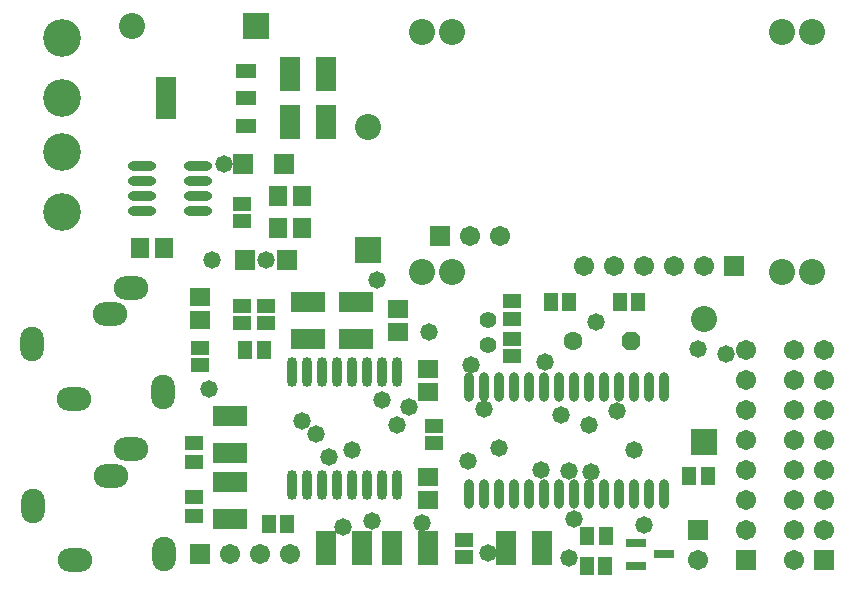
<source format=gts>
%FSLAX25Y25*%
%MOIN*%
G70*
G01*
G75*
G04 Layer_Color=8388736*
%ADD10R,0.05906X0.05512*%
%ADD11O,0.02756X0.09055*%
%ADD12R,0.05709X0.02362*%
%ADD13R,0.04331X0.05512*%
%ADD14R,0.03937X0.05118*%
%ADD15R,0.05512X0.04331*%
%ADD16O,0.02362X0.09055*%
%ADD17R,0.05906X0.11024*%
%ADD18R,0.11024X0.05906*%
%ADD19R,0.05118X0.03937*%
%ADD20R,0.05512X0.05906*%
%ADD21R,0.05906X0.05906*%
%ADD22O,0.08661X0.02362*%
%ADD23R,0.06102X0.13583*%
%ADD24R,0.06102X0.04331*%
%ADD25R,0.06102X0.04331*%
%ADD26C,0.01200*%
%ADD27C,0.04724*%
%ADD28O,0.07087X0.10630*%
%ADD29O,0.10630X0.07087*%
%ADD30C,0.05906*%
%ADD31R,0.05906X0.05906*%
%ADD32C,0.07874*%
%ADD33R,0.07874X0.07874*%
%ADD34C,0.05512*%
%ADD35P,0.05966X8X202.5*%
%ADD36C,0.04724*%
%ADD37C,0.11810*%
%ADD38R,0.07874X0.07874*%
%ADD39C,0.05000*%
%ADD40C,0.63000*%
%ADD41R,0.10000X0.20000*%
%ADD42C,0.02362*%
%ADD43C,0.00984*%
%ADD44C,0.00787*%
%ADD45C,0.01000*%
%ADD46C,0.00787*%
%ADD47C,0.00800*%
%ADD48R,0.11024X0.03150*%
%ADD49R,0.03150X0.11024*%
%ADD50R,0.06706X0.06312*%
%ADD51O,0.03556X0.09855*%
%ADD52R,0.06509X0.03162*%
%ADD53R,0.05131X0.06312*%
%ADD54R,0.04737X0.05918*%
%ADD55R,0.06312X0.05131*%
%ADD56O,0.03162X0.09855*%
%ADD57R,0.06706X0.11824*%
%ADD58R,0.11824X0.06706*%
%ADD59R,0.05918X0.04737*%
%ADD60R,0.06312X0.06706*%
%ADD61R,0.06706X0.06706*%
%ADD62O,0.09461X0.03162*%
%ADD63R,0.06902X0.14383*%
%ADD64R,0.06902X0.05131*%
%ADD65R,0.06902X0.05131*%
%ADD66C,0.05524*%
%ADD67O,0.07887X0.11430*%
%ADD68O,0.11430X0.07887*%
%ADD69C,0.06706*%
%ADD70R,0.06706X0.06706*%
%ADD71C,0.08674*%
%ADD72R,0.08674X0.08674*%
%ADD73C,0.06312*%
%ADD74P,0.06832X8X202.5*%
%ADD75C,0.05524*%
%ADD76C,0.12610*%
%ADD77R,0.08674X0.08674*%
%ADD78C,0.05800*%
D50*
X162000Y346063D02*
D03*
Y353937D02*
D03*
X228000Y349874D02*
D03*
Y342000D02*
D03*
X238000Y322063D02*
D03*
Y329937D02*
D03*
Y286000D02*
D03*
Y293874D02*
D03*
D51*
X227500Y328701D02*
D03*
X222500D02*
D03*
X217500D02*
D03*
X212500D02*
D03*
X207500D02*
D03*
X202500D02*
D03*
X197500D02*
D03*
X192500D02*
D03*
X227500Y291299D02*
D03*
X222500D02*
D03*
X217500D02*
D03*
X212500D02*
D03*
X207500D02*
D03*
X202500D02*
D03*
X197500D02*
D03*
X192500D02*
D03*
D52*
X316626Y268000D02*
D03*
X307374Y264260D02*
D03*
Y271740D02*
D03*
D53*
X291047Y264000D02*
D03*
X296953D02*
D03*
X308000Y352000D02*
D03*
X302094D02*
D03*
X279047D02*
D03*
X284953D02*
D03*
X190953Y278000D02*
D03*
X185047D02*
D03*
D54*
X297150Y274000D02*
D03*
X290850D02*
D03*
X324850Y294000D02*
D03*
X331150D02*
D03*
X176850Y336000D02*
D03*
X183150D02*
D03*
D55*
X266000Y346647D02*
D03*
Y352553D02*
D03*
Y339906D02*
D03*
Y334000D02*
D03*
X250000Y272953D02*
D03*
Y267047D02*
D03*
X184000Y345047D02*
D03*
Y350953D02*
D03*
X176000Y345047D02*
D03*
Y350953D02*
D03*
Y379047D02*
D03*
Y384953D02*
D03*
X240000Y305047D02*
D03*
Y310953D02*
D03*
X162000Y336953D02*
D03*
Y331047D02*
D03*
D56*
X316500Y323913D02*
D03*
X311500D02*
D03*
X306500D02*
D03*
X301500D02*
D03*
X296500D02*
D03*
X291500D02*
D03*
X286500D02*
D03*
X281500D02*
D03*
X276500D02*
D03*
X271500D02*
D03*
X266500D02*
D03*
X261500D02*
D03*
X256500D02*
D03*
X251500D02*
D03*
X316500Y288087D02*
D03*
X311500D02*
D03*
X306500D02*
D03*
X301500D02*
D03*
X296500D02*
D03*
X291500D02*
D03*
X286500D02*
D03*
X281500D02*
D03*
X276500D02*
D03*
X271500D02*
D03*
X266500D02*
D03*
X261500D02*
D03*
X256500D02*
D03*
X251500D02*
D03*
D57*
X263898Y270000D02*
D03*
X276102D02*
D03*
X225898D02*
D03*
X238102D02*
D03*
X216102D02*
D03*
X203898D02*
D03*
X204102Y428000D02*
D03*
X191898D02*
D03*
X204102Y412000D02*
D03*
X191898D02*
D03*
D58*
X172000Y292102D02*
D03*
Y279898D02*
D03*
Y314102D02*
D03*
Y301898D02*
D03*
X214000Y352102D02*
D03*
Y339898D02*
D03*
X198000Y352102D02*
D03*
Y339898D02*
D03*
D59*
X159803Y280850D02*
D03*
Y287150D02*
D03*
Y298850D02*
D03*
Y305150D02*
D03*
D60*
X188000Y376864D02*
D03*
X195874D02*
D03*
X188000Y387530D02*
D03*
X195874D02*
D03*
X142063Y370000D02*
D03*
X149937D02*
D03*
D61*
X177110Y366000D02*
D03*
X190890D02*
D03*
X176220Y398000D02*
D03*
X190000D02*
D03*
X162000Y268000D02*
D03*
X242000Y374000D02*
D03*
X340000Y364000D02*
D03*
D62*
X161449Y382500D02*
D03*
Y387500D02*
D03*
Y392500D02*
D03*
Y397500D02*
D03*
X142551Y382500D02*
D03*
Y387500D02*
D03*
Y392500D02*
D03*
Y397500D02*
D03*
D63*
X150713Y420000D02*
D03*
D64*
X177287Y429055D02*
D03*
Y420000D02*
D03*
D65*
Y410945D02*
D03*
D66*
X149992Y269898D02*
D03*
Y266354D02*
D03*
X140874Y303020D02*
D03*
X137331D02*
D03*
X130429Y294118D02*
D03*
X133972D02*
D03*
X106228Y282457D02*
D03*
Y286000D02*
D03*
X118457Y266000D02*
D03*
X122000D02*
D03*
X121799Y319882D02*
D03*
X118256D02*
D03*
X106028Y339882D02*
D03*
Y336339D02*
D03*
X133772Y348000D02*
D03*
X130228D02*
D03*
X137130Y356902D02*
D03*
X140673D02*
D03*
X149791Y320236D02*
D03*
Y323780D02*
D03*
D67*
X149992Y268126D02*
D03*
X106228Y284228D02*
D03*
X106028Y338110D02*
D03*
X149791Y322008D02*
D03*
D68*
X139102Y303020D02*
D03*
X132201Y294118D02*
D03*
X120228Y266000D02*
D03*
X120028Y319882D02*
D03*
X132000Y348000D02*
D03*
X138902Y356902D02*
D03*
D69*
X328000Y266000D02*
D03*
X360000Y336000D02*
D03*
X370000D02*
D03*
X360000Y326000D02*
D03*
X370000D02*
D03*
X360000Y316000D02*
D03*
X370000D02*
D03*
X360000Y306000D02*
D03*
X370000D02*
D03*
X360000Y296000D02*
D03*
X370000D02*
D03*
X360000Y286000D02*
D03*
X370000D02*
D03*
X360000Y276000D02*
D03*
X370000D02*
D03*
X360000Y266000D02*
D03*
X172000Y268000D02*
D03*
X182000D02*
D03*
X192000D02*
D03*
X262000Y374000D02*
D03*
X252000D02*
D03*
X344000Y336000D02*
D03*
Y326000D02*
D03*
Y316000D02*
D03*
Y306000D02*
D03*
Y296000D02*
D03*
Y286000D02*
D03*
Y276000D02*
D03*
X290000Y364000D02*
D03*
X300000D02*
D03*
X310000D02*
D03*
X320000D02*
D03*
X330000D02*
D03*
D70*
X328000Y276000D02*
D03*
X370000Y266000D02*
D03*
X344000D02*
D03*
D71*
X330000Y346591D02*
D03*
X366000Y442000D02*
D03*
X356000D02*
D03*
X246000D02*
D03*
X236000D02*
D03*
Y362000D02*
D03*
X246000D02*
D03*
X356000D02*
D03*
X366000D02*
D03*
X218000Y410591D02*
D03*
X139409Y444000D02*
D03*
D72*
X330000Y305409D02*
D03*
X218000Y369409D02*
D03*
D73*
X286394Y339200D02*
D03*
D74*
X305606D02*
D03*
D75*
X258000Y346134D02*
D03*
Y337866D02*
D03*
D76*
X116000Y402000D02*
D03*
Y382000D02*
D03*
Y440000D02*
D03*
Y420000D02*
D03*
D77*
X180591Y444000D02*
D03*
D78*
X282200Y314400D02*
D03*
X238300Y342000D02*
D03*
X294000Y345500D02*
D03*
X256500Y316500D02*
D03*
X261500Y303500D02*
D03*
X276900Y332200D02*
D03*
X196000Y312400D02*
D03*
X209500Y277202D02*
D03*
X301100Y315700D02*
D03*
X205000Y300400D02*
D03*
X310050Y277950D02*
D03*
X212500Y302800D02*
D03*
X231700Y317200D02*
D03*
X165000Y323300D02*
D03*
X222500Y319350D02*
D03*
X170000Y398000D02*
D03*
X284900Y295900D02*
D03*
X200700Y308200D02*
D03*
X219300Y279300D02*
D03*
X285100Y266900D02*
D03*
X251200Y299200D02*
D03*
X291500Y311000D02*
D03*
X306500Y302800D02*
D03*
X292200Y295400D02*
D03*
X286800Y279800D02*
D03*
X275800Y296300D02*
D03*
X328000Y336500D02*
D03*
X337400Y334800D02*
D03*
X258100Y268600D02*
D03*
X252300Y331200D02*
D03*
X235900Y278400D02*
D03*
X227700Y311100D02*
D03*
X221000Y359600D02*
D03*
X184000Y366000D02*
D03*
X166000D02*
D03*
M02*

</source>
